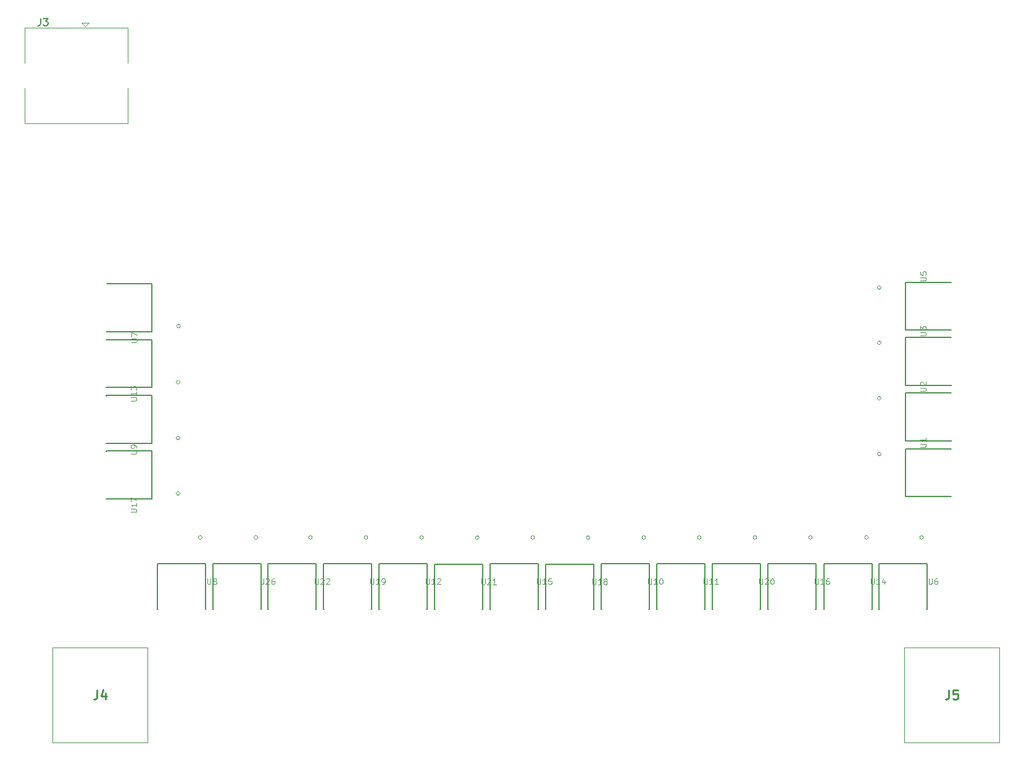
<source format=gbr>
G04 #@! TF.GenerationSoftware,KiCad,Pcbnew,(5.1.5)-3*
G04 #@! TF.CreationDate,2020-10-04T20:12:50-04:00*
G04 #@! TF.ProjectId,rusPDM,72757350-444d-42e6-9b69-6361645f7063,rev?*
G04 #@! TF.SameCoordinates,Original*
G04 #@! TF.FileFunction,Legend,Top*
G04 #@! TF.FilePolarity,Positive*
%FSLAX46Y46*%
G04 Gerber Fmt 4.6, Leading zero omitted, Abs format (unit mm)*
G04 Created by KiCad (PCBNEW (5.1.5)-3) date 2020-10-04 20:12:50*
%MOMM*%
%LPD*%
G04 APERTURE LIST*
%ADD10C,0.100000*%
%ADD11C,0.120000*%
%ADD12C,0.150000*%
%ADD13C,0.254000*%
%ADD14C,0.015000*%
G04 APERTURE END LIST*
D10*
X203050000Y-113180000D02*
X203050000Y-100180000D01*
X216050000Y-113180000D02*
X203050000Y-113180000D01*
X216050000Y-100180000D02*
X216050000Y-113180000D01*
X203050000Y-100180000D02*
X216050000Y-100180000D01*
X86210000Y-113180000D02*
X86210000Y-100180000D01*
X99210000Y-113180000D02*
X86210000Y-113180000D01*
X99210000Y-100180000D02*
X99210000Y-113180000D01*
X86210000Y-100180000D02*
X99210000Y-100180000D01*
D11*
X90678000Y-14859500D02*
X91178000Y-14359500D01*
X91178000Y-14359500D02*
X90178000Y-14359500D01*
X90178000Y-14359500D02*
X90678000Y-14859500D01*
X82378000Y-15059500D02*
X96478000Y-15059500D01*
X96478000Y-15059500D02*
X96478000Y-19859500D01*
X96478000Y-23359500D02*
X96478000Y-28159500D01*
X96478000Y-28159500D02*
X82378000Y-28159500D01*
X82378000Y-28159500D02*
X82378000Y-23359500D01*
X82378000Y-19859500D02*
X82378000Y-15059500D01*
D10*
X199830500Y-50726500D02*
G75*
G03X199830500Y-50726500I-250000J0D01*
G01*
D12*
X203220500Y-49976500D02*
X209420500Y-49976500D01*
X203220500Y-49976500D02*
X203220500Y-56576500D01*
X203220500Y-56576500D02*
X209420500Y-56576500D01*
X209420500Y-56516500D02*
X209420500Y-56576500D01*
X209420500Y-49976500D02*
X209420500Y-50036500D01*
D10*
X137052500Y-85025000D02*
G75*
G03X137052500Y-85025000I-250000J0D01*
G01*
D12*
X137552500Y-88665000D02*
X137552500Y-94865000D01*
X137552500Y-88665000D02*
X130952500Y-88665000D01*
X130952500Y-88665000D02*
X130952500Y-94865000D01*
X131012500Y-94865000D02*
X130952500Y-94865000D01*
X137552500Y-94865000D02*
X137492500Y-94865000D01*
D10*
X103716500Y-56017000D02*
G75*
G03X103716500Y-56017000I-250000J0D01*
G01*
D12*
X99826500Y-56767000D02*
X93626500Y-56767000D01*
X99826500Y-56767000D02*
X99826500Y-50167000D01*
X99826500Y-50167000D02*
X93626500Y-50167000D01*
X93626500Y-50227000D02*
X93626500Y-50167000D01*
X93626500Y-56767000D02*
X93626500Y-56707000D01*
D10*
X114319500Y-85025000D02*
G75*
G03X114319500Y-85025000I-250000J0D01*
G01*
D12*
X114819500Y-88665000D02*
X114819500Y-94865000D01*
X114819500Y-88665000D02*
X108219500Y-88665000D01*
X108219500Y-88665000D02*
X108219500Y-94865000D01*
X108279500Y-94865000D02*
X108219500Y-94865000D01*
X114819500Y-94865000D02*
X114759500Y-94865000D01*
D10*
X121812500Y-85025000D02*
G75*
G03X121812500Y-85025000I-250000J0D01*
G01*
D12*
X122312500Y-88665000D02*
X122312500Y-94865000D01*
X122312500Y-88665000D02*
X115712500Y-88665000D01*
X115712500Y-88665000D02*
X115712500Y-94865000D01*
X115772500Y-94865000D02*
X115712500Y-94865000D01*
X122312500Y-94865000D02*
X122252500Y-94865000D01*
D10*
X144686500Y-85050000D02*
G75*
G03X144686500Y-85050000I-250000J0D01*
G01*
D12*
X145186500Y-88690000D02*
X145186500Y-94890000D01*
X145186500Y-88690000D02*
X138586500Y-88690000D01*
X138586500Y-88690000D02*
X138586500Y-94890000D01*
X138646500Y-94890000D02*
X138586500Y-94890000D01*
X145186500Y-94890000D02*
X145126500Y-94890000D01*
D10*
X182772500Y-85025000D02*
G75*
G03X182772500Y-85025000I-250000J0D01*
G01*
D12*
X183272500Y-88665000D02*
X183272500Y-94865000D01*
X183272500Y-88665000D02*
X176672500Y-88665000D01*
X176672500Y-88665000D02*
X176672500Y-94865000D01*
X176732500Y-94865000D02*
X176672500Y-94865000D01*
X183272500Y-94865000D02*
X183212500Y-94865000D01*
D10*
X129432500Y-85025000D02*
G75*
G03X129432500Y-85025000I-250000J0D01*
G01*
D12*
X129932500Y-88665000D02*
X129932500Y-94865000D01*
X129932500Y-88665000D02*
X123332500Y-88665000D01*
X123332500Y-88665000D02*
X123332500Y-94865000D01*
X123392500Y-94865000D02*
X123332500Y-94865000D01*
X129932500Y-94865000D02*
X129872500Y-94865000D01*
D10*
X159886500Y-85050000D02*
G75*
G03X159886500Y-85050000I-250000J0D01*
G01*
D12*
X160386500Y-88690000D02*
X160386500Y-94890000D01*
X160386500Y-88690000D02*
X153786500Y-88690000D01*
X153786500Y-88690000D02*
X153786500Y-94890000D01*
X153846500Y-94890000D02*
X153786500Y-94890000D01*
X160386500Y-94890000D02*
X160326500Y-94890000D01*
D10*
X103653000Y-79004000D02*
G75*
G03X103653000Y-79004000I-250000J0D01*
G01*
D12*
X99763000Y-79754000D02*
X93563000Y-79754000D01*
X99763000Y-79754000D02*
X99763000Y-73154000D01*
X99763000Y-73154000D02*
X93563000Y-73154000D01*
X93563000Y-73214000D02*
X93563000Y-73154000D01*
X93563000Y-79754000D02*
X93563000Y-79694000D01*
D10*
X190392500Y-85025000D02*
G75*
G03X190392500Y-85025000I-250000J0D01*
G01*
D12*
X190892500Y-88665000D02*
X190892500Y-94865000D01*
X190892500Y-88665000D02*
X184292500Y-88665000D01*
X184292500Y-88665000D02*
X184292500Y-94865000D01*
X184352500Y-94865000D02*
X184292500Y-94865000D01*
X190892500Y-94865000D02*
X190832500Y-94865000D01*
D10*
X152292500Y-85025000D02*
G75*
G03X152292500Y-85025000I-250000J0D01*
G01*
D12*
X152792500Y-88665000D02*
X152792500Y-94865000D01*
X152792500Y-88665000D02*
X146192500Y-88665000D01*
X146192500Y-88665000D02*
X146192500Y-94865000D01*
X146252500Y-94865000D02*
X146192500Y-94865000D01*
X152792500Y-94865000D02*
X152732500Y-94865000D01*
D10*
X198076000Y-85025000D02*
G75*
G03X198076000Y-85025000I-250000J0D01*
G01*
D12*
X198576000Y-88665000D02*
X198576000Y-94865000D01*
X198576000Y-88665000D02*
X191976000Y-88665000D01*
X191976000Y-88665000D02*
X191976000Y-94865000D01*
X192036000Y-94865000D02*
X191976000Y-94865000D01*
X198576000Y-94865000D02*
X198516000Y-94865000D01*
D10*
X103653000Y-63700500D02*
G75*
G03X103653000Y-63700500I-250000J0D01*
G01*
D12*
X99763000Y-64450500D02*
X93563000Y-64450500D01*
X99763000Y-64450500D02*
X99763000Y-57850500D01*
X99763000Y-57850500D02*
X93563000Y-57850500D01*
X93563000Y-57910500D02*
X93563000Y-57850500D01*
X93563000Y-64450500D02*
X93563000Y-64390500D01*
D10*
X175152500Y-85025000D02*
G75*
G03X175152500Y-85025000I-250000J0D01*
G01*
D12*
X175652500Y-88665000D02*
X175652500Y-94865000D01*
X175652500Y-88665000D02*
X169052500Y-88665000D01*
X169052500Y-88665000D02*
X169052500Y-94865000D01*
X169112500Y-94865000D02*
X169052500Y-94865000D01*
X175652500Y-94865000D02*
X175592500Y-94865000D01*
D10*
X167532500Y-85025000D02*
G75*
G03X167532500Y-85025000I-250000J0D01*
G01*
D12*
X168032500Y-88665000D02*
X168032500Y-94865000D01*
X168032500Y-88665000D02*
X161432500Y-88665000D01*
X161432500Y-88665000D02*
X161432500Y-94865000D01*
X161492500Y-94865000D02*
X161432500Y-94865000D01*
X168032500Y-94865000D02*
X167972500Y-94865000D01*
D10*
X103653000Y-71384000D02*
G75*
G03X103653000Y-71384000I-250000J0D01*
G01*
D12*
X99763000Y-72134000D02*
X93563000Y-72134000D01*
X99763000Y-72134000D02*
X99763000Y-65534000D01*
X99763000Y-65534000D02*
X93563000Y-65534000D01*
X93563000Y-65594000D02*
X93563000Y-65534000D01*
X93563000Y-72134000D02*
X93563000Y-72074000D01*
D10*
X106699500Y-85025000D02*
G75*
G03X106699500Y-85025000I-250000J0D01*
G01*
D12*
X107199500Y-88665000D02*
X107199500Y-94865000D01*
X107199500Y-88665000D02*
X100599500Y-88665000D01*
X100599500Y-88665000D02*
X100599500Y-94865000D01*
X100659500Y-94865000D02*
X100599500Y-94865000D01*
X107199500Y-94865000D02*
X107139500Y-94865000D01*
D10*
X205632500Y-85025000D02*
G75*
G03X205632500Y-85025000I-250000J0D01*
G01*
D12*
X206132500Y-88665000D02*
X206132500Y-94865000D01*
X206132500Y-88665000D02*
X199532500Y-88665000D01*
X199532500Y-88665000D02*
X199532500Y-94865000D01*
X199592500Y-94865000D02*
X199532500Y-94865000D01*
X206132500Y-94865000D02*
X206072500Y-94865000D01*
D10*
X199830500Y-58283000D02*
G75*
G03X199830500Y-58283000I-250000J0D01*
G01*
D12*
X203220500Y-57533000D02*
X209420500Y-57533000D01*
X203220500Y-57533000D02*
X203220500Y-64133000D01*
X203220500Y-64133000D02*
X209420500Y-64133000D01*
X209420500Y-64073000D02*
X209420500Y-64133000D01*
X209420500Y-57533000D02*
X209420500Y-57593000D01*
D10*
X199830500Y-65903000D02*
G75*
G03X199830500Y-65903000I-250000J0D01*
G01*
D12*
X203220500Y-65153000D02*
X209420500Y-65153000D01*
X203220500Y-65153000D02*
X203220500Y-71753000D01*
X203220500Y-71753000D02*
X209420500Y-71753000D01*
X209420500Y-71693000D02*
X209420500Y-71753000D01*
X209420500Y-65153000D02*
X209420500Y-65213000D01*
D10*
X199830500Y-73586500D02*
G75*
G03X199830500Y-73586500I-250000J0D01*
G01*
D12*
X203220500Y-72836500D02*
X209420500Y-72836500D01*
X203220500Y-72836500D02*
X203220500Y-79436500D01*
X203220500Y-79436500D02*
X209420500Y-79436500D01*
X209420500Y-79376500D02*
X209420500Y-79436500D01*
X209420500Y-72836500D02*
X209420500Y-72896500D01*
D13*
X209126666Y-105984523D02*
X209126666Y-106891666D01*
X209066190Y-107073095D01*
X208945238Y-107194047D01*
X208763809Y-107254523D01*
X208642857Y-107254523D01*
X210336190Y-105984523D02*
X209731428Y-105984523D01*
X209670952Y-106589285D01*
X209731428Y-106528809D01*
X209852380Y-106468333D01*
X210154761Y-106468333D01*
X210275714Y-106528809D01*
X210336190Y-106589285D01*
X210396666Y-106710238D01*
X210396666Y-107012619D01*
X210336190Y-107133571D01*
X210275714Y-107194047D01*
X210154761Y-107254523D01*
X209852380Y-107254523D01*
X209731428Y-107194047D01*
X209670952Y-107133571D01*
X92286666Y-105984523D02*
X92286666Y-106891666D01*
X92226190Y-107073095D01*
X92105238Y-107194047D01*
X91923809Y-107254523D01*
X91802857Y-107254523D01*
X93435714Y-106407857D02*
X93435714Y-107254523D01*
X93133333Y-105924047D02*
X92830952Y-106831190D01*
X93617142Y-106831190D01*
D12*
X84544666Y-13761880D02*
X84544666Y-14476166D01*
X84497047Y-14619023D01*
X84401809Y-14714261D01*
X84258952Y-14761880D01*
X84163714Y-14761880D01*
X84925619Y-13761880D02*
X85544666Y-13761880D01*
X85211333Y-14142833D01*
X85354190Y-14142833D01*
X85449428Y-14190452D01*
X85497047Y-14238071D01*
X85544666Y-14333309D01*
X85544666Y-14571404D01*
X85497047Y-14666642D01*
X85449428Y-14714261D01*
X85354190Y-14761880D01*
X85068476Y-14761880D01*
X84973238Y-14714261D01*
X84925619Y-14666642D01*
D14*
X205214303Y-49751425D02*
X205851724Y-49751425D01*
X205926715Y-49713930D01*
X205964210Y-49676434D01*
X206001705Y-49601444D01*
X206001705Y-49451462D01*
X205964210Y-49376472D01*
X205926715Y-49338976D01*
X205851724Y-49301481D01*
X205214303Y-49301481D01*
X205214303Y-48551574D02*
X205214303Y-48926528D01*
X205589257Y-48964023D01*
X205551761Y-48926528D01*
X205514266Y-48851537D01*
X205514266Y-48664060D01*
X205551761Y-48589070D01*
X205589257Y-48551574D01*
X205664247Y-48514079D01*
X205851724Y-48514079D01*
X205926715Y-48551574D01*
X205964210Y-48589070D01*
X206001705Y-48664060D01*
X206001705Y-48851537D01*
X205964210Y-48926528D01*
X205926715Y-48964023D01*
X137402621Y-90658803D02*
X137402621Y-91296224D01*
X137440116Y-91371215D01*
X137477612Y-91408710D01*
X137552602Y-91446205D01*
X137702584Y-91446205D01*
X137777574Y-91408710D01*
X137815070Y-91371215D01*
X137852565Y-91296224D01*
X137852565Y-90658803D01*
X138639967Y-91446205D02*
X138190023Y-91446205D01*
X138414995Y-91446205D02*
X138414995Y-90658803D01*
X138340004Y-90771289D01*
X138265014Y-90846280D01*
X138190023Y-90883775D01*
X138939930Y-90733794D02*
X138977425Y-90696299D01*
X139052416Y-90658803D01*
X139239892Y-90658803D01*
X139314883Y-90696299D01*
X139352378Y-90733794D01*
X139389874Y-90808785D01*
X139389874Y-90883775D01*
X139352378Y-90996261D01*
X138902434Y-91446205D01*
X139389874Y-91446205D01*
X96970303Y-58191925D02*
X97607724Y-58191925D01*
X97682715Y-58154430D01*
X97720210Y-58116934D01*
X97757705Y-58041944D01*
X97757705Y-57891962D01*
X97720210Y-57816972D01*
X97682715Y-57779476D01*
X97607724Y-57741981D01*
X96970303Y-57741981D01*
X96970303Y-57442018D02*
X96970303Y-56917084D01*
X97757705Y-57254542D01*
X114669621Y-90658803D02*
X114669621Y-91296224D01*
X114707116Y-91371215D01*
X114744612Y-91408710D01*
X114819602Y-91446205D01*
X114969584Y-91446205D01*
X115044574Y-91408710D01*
X115082070Y-91371215D01*
X115119565Y-91296224D01*
X115119565Y-90658803D01*
X115457023Y-90733794D02*
X115494518Y-90696299D01*
X115569509Y-90658803D01*
X115756986Y-90658803D01*
X115831976Y-90696299D01*
X115869472Y-90733794D01*
X115906967Y-90808785D01*
X115906967Y-90883775D01*
X115869472Y-90996261D01*
X115419528Y-91446205D01*
X115906967Y-91446205D01*
X116581883Y-90658803D02*
X116431902Y-90658803D01*
X116356911Y-90696299D01*
X116319416Y-90733794D01*
X116244425Y-90846280D01*
X116206930Y-90996261D01*
X116206930Y-91296224D01*
X116244425Y-91371215D01*
X116281920Y-91408710D01*
X116356911Y-91446205D01*
X116506892Y-91446205D01*
X116581883Y-91408710D01*
X116619378Y-91371215D01*
X116656874Y-91296224D01*
X116656874Y-91108747D01*
X116619378Y-91033757D01*
X116581883Y-90996261D01*
X116506892Y-90958766D01*
X116356911Y-90958766D01*
X116281920Y-90996261D01*
X116244425Y-91033757D01*
X116206930Y-91108747D01*
X122162621Y-90658803D02*
X122162621Y-91296224D01*
X122200116Y-91371215D01*
X122237612Y-91408710D01*
X122312602Y-91446205D01*
X122462584Y-91446205D01*
X122537574Y-91408710D01*
X122575070Y-91371215D01*
X122612565Y-91296224D01*
X122612565Y-90658803D01*
X122950023Y-90733794D02*
X122987518Y-90696299D01*
X123062509Y-90658803D01*
X123249986Y-90658803D01*
X123324976Y-90696299D01*
X123362472Y-90733794D01*
X123399967Y-90808785D01*
X123399967Y-90883775D01*
X123362472Y-90996261D01*
X122912528Y-91446205D01*
X123399967Y-91446205D01*
X123699930Y-90733794D02*
X123737425Y-90696299D01*
X123812416Y-90658803D01*
X123999892Y-90658803D01*
X124074883Y-90696299D01*
X124112378Y-90733794D01*
X124149874Y-90808785D01*
X124149874Y-90883775D01*
X124112378Y-90996261D01*
X123662434Y-91446205D01*
X124149874Y-91446205D01*
X145036621Y-90683803D02*
X145036621Y-91321224D01*
X145074116Y-91396215D01*
X145111612Y-91433710D01*
X145186602Y-91471205D01*
X145336584Y-91471205D01*
X145411574Y-91433710D01*
X145449070Y-91396215D01*
X145486565Y-91321224D01*
X145486565Y-90683803D01*
X145824023Y-90758794D02*
X145861518Y-90721299D01*
X145936509Y-90683803D01*
X146123986Y-90683803D01*
X146198976Y-90721299D01*
X146236472Y-90758794D01*
X146273967Y-90833785D01*
X146273967Y-90908775D01*
X146236472Y-91021261D01*
X145786528Y-91471205D01*
X146273967Y-91471205D01*
X147023874Y-91471205D02*
X146573930Y-91471205D01*
X146798902Y-91471205D02*
X146798902Y-90683803D01*
X146723911Y-90796289D01*
X146648920Y-90871280D01*
X146573930Y-90908775D01*
X183122621Y-90658803D02*
X183122621Y-91296224D01*
X183160116Y-91371215D01*
X183197612Y-91408710D01*
X183272602Y-91446205D01*
X183422584Y-91446205D01*
X183497574Y-91408710D01*
X183535070Y-91371215D01*
X183572565Y-91296224D01*
X183572565Y-90658803D01*
X183910023Y-90733794D02*
X183947518Y-90696299D01*
X184022509Y-90658803D01*
X184209986Y-90658803D01*
X184284976Y-90696299D01*
X184322472Y-90733794D01*
X184359967Y-90808785D01*
X184359967Y-90883775D01*
X184322472Y-90996261D01*
X183872528Y-91446205D01*
X184359967Y-91446205D01*
X184847406Y-90658803D02*
X184922397Y-90658803D01*
X184997388Y-90696299D01*
X185034883Y-90733794D01*
X185072378Y-90808785D01*
X185109874Y-90958766D01*
X185109874Y-91146243D01*
X185072378Y-91296224D01*
X185034883Y-91371215D01*
X184997388Y-91408710D01*
X184922397Y-91446205D01*
X184847406Y-91446205D01*
X184772416Y-91408710D01*
X184734920Y-91371215D01*
X184697425Y-91296224D01*
X184659930Y-91146243D01*
X184659930Y-90958766D01*
X184697425Y-90808785D01*
X184734920Y-90733794D01*
X184772416Y-90696299D01*
X184847406Y-90658803D01*
X129782621Y-90658803D02*
X129782621Y-91296224D01*
X129820116Y-91371215D01*
X129857612Y-91408710D01*
X129932602Y-91446205D01*
X130082584Y-91446205D01*
X130157574Y-91408710D01*
X130195070Y-91371215D01*
X130232565Y-91296224D01*
X130232565Y-90658803D01*
X131019967Y-91446205D02*
X130570023Y-91446205D01*
X130794995Y-91446205D02*
X130794995Y-90658803D01*
X130720004Y-90771289D01*
X130645014Y-90846280D01*
X130570023Y-90883775D01*
X131394920Y-91446205D02*
X131544902Y-91446205D01*
X131619892Y-91408710D01*
X131657388Y-91371215D01*
X131732378Y-91258729D01*
X131769874Y-91108747D01*
X131769874Y-90808785D01*
X131732378Y-90733794D01*
X131694883Y-90696299D01*
X131619892Y-90658803D01*
X131469911Y-90658803D01*
X131394920Y-90696299D01*
X131357425Y-90733794D01*
X131319930Y-90808785D01*
X131319930Y-90996261D01*
X131357425Y-91071252D01*
X131394920Y-91108747D01*
X131469911Y-91146243D01*
X131619892Y-91146243D01*
X131694883Y-91108747D01*
X131732378Y-91071252D01*
X131769874Y-90996261D01*
X160236621Y-90683803D02*
X160236621Y-91321224D01*
X160274116Y-91396215D01*
X160311612Y-91433710D01*
X160386602Y-91471205D01*
X160536584Y-91471205D01*
X160611574Y-91433710D01*
X160649070Y-91396215D01*
X160686565Y-91321224D01*
X160686565Y-90683803D01*
X161473967Y-91471205D02*
X161024023Y-91471205D01*
X161248995Y-91471205D02*
X161248995Y-90683803D01*
X161174004Y-90796289D01*
X161099014Y-90871280D01*
X161024023Y-90908775D01*
X161923911Y-91021261D02*
X161848920Y-90983766D01*
X161811425Y-90946271D01*
X161773930Y-90871280D01*
X161773930Y-90833785D01*
X161811425Y-90758794D01*
X161848920Y-90721299D01*
X161923911Y-90683803D01*
X162073892Y-90683803D01*
X162148883Y-90721299D01*
X162186378Y-90758794D01*
X162223874Y-90833785D01*
X162223874Y-90871280D01*
X162186378Y-90946271D01*
X162148883Y-90983766D01*
X162073892Y-91021261D01*
X161923911Y-91021261D01*
X161848920Y-91058757D01*
X161811425Y-91096252D01*
X161773930Y-91171243D01*
X161773930Y-91321224D01*
X161811425Y-91396215D01*
X161848920Y-91433710D01*
X161923911Y-91471205D01*
X162073892Y-91471205D01*
X162148883Y-91433710D01*
X162186378Y-91396215D01*
X162223874Y-91321224D01*
X162223874Y-91171243D01*
X162186378Y-91096252D01*
X162148883Y-91058757D01*
X162073892Y-91021261D01*
X96906803Y-81553878D02*
X97544224Y-81553878D01*
X97619215Y-81516383D01*
X97656710Y-81478888D01*
X97694205Y-81403897D01*
X97694205Y-81253916D01*
X97656710Y-81178925D01*
X97619215Y-81141430D01*
X97544224Y-81103934D01*
X96906803Y-81103934D01*
X97694205Y-80316532D02*
X97694205Y-80766476D01*
X97694205Y-80541504D02*
X96906803Y-80541504D01*
X97019289Y-80616495D01*
X97094280Y-80691486D01*
X97131775Y-80766476D01*
X96906803Y-80054065D02*
X96906803Y-79529130D01*
X97694205Y-79866588D01*
X190742621Y-90658803D02*
X190742621Y-91296224D01*
X190780116Y-91371215D01*
X190817612Y-91408710D01*
X190892602Y-91446205D01*
X191042584Y-91446205D01*
X191117574Y-91408710D01*
X191155070Y-91371215D01*
X191192565Y-91296224D01*
X191192565Y-90658803D01*
X191979967Y-91446205D02*
X191530023Y-91446205D01*
X191754995Y-91446205D02*
X191754995Y-90658803D01*
X191680004Y-90771289D01*
X191605014Y-90846280D01*
X191530023Y-90883775D01*
X192654883Y-90658803D02*
X192504902Y-90658803D01*
X192429911Y-90696299D01*
X192392416Y-90733794D01*
X192317425Y-90846280D01*
X192279930Y-90996261D01*
X192279930Y-91296224D01*
X192317425Y-91371215D01*
X192354920Y-91408710D01*
X192429911Y-91446205D01*
X192579892Y-91446205D01*
X192654883Y-91408710D01*
X192692378Y-91371215D01*
X192729874Y-91296224D01*
X192729874Y-91108747D01*
X192692378Y-91033757D01*
X192654883Y-90996261D01*
X192579892Y-90958766D01*
X192429911Y-90958766D01*
X192354920Y-90996261D01*
X192317425Y-91033757D01*
X192279930Y-91108747D01*
X152642621Y-90658803D02*
X152642621Y-91296224D01*
X152680116Y-91371215D01*
X152717612Y-91408710D01*
X152792602Y-91446205D01*
X152942584Y-91446205D01*
X153017574Y-91408710D01*
X153055070Y-91371215D01*
X153092565Y-91296224D01*
X153092565Y-90658803D01*
X153879967Y-91446205D02*
X153430023Y-91446205D01*
X153654995Y-91446205D02*
X153654995Y-90658803D01*
X153580004Y-90771289D01*
X153505014Y-90846280D01*
X153430023Y-90883775D01*
X154592378Y-90658803D02*
X154217425Y-90658803D01*
X154179930Y-91033757D01*
X154217425Y-90996261D01*
X154292416Y-90958766D01*
X154479892Y-90958766D01*
X154554883Y-90996261D01*
X154592378Y-91033757D01*
X154629874Y-91108747D01*
X154629874Y-91296224D01*
X154592378Y-91371215D01*
X154554883Y-91408710D01*
X154479892Y-91446205D01*
X154292416Y-91446205D01*
X154217425Y-91408710D01*
X154179930Y-91371215D01*
X198426121Y-90658803D02*
X198426121Y-91296224D01*
X198463616Y-91371215D01*
X198501112Y-91408710D01*
X198576102Y-91446205D01*
X198726084Y-91446205D01*
X198801074Y-91408710D01*
X198838570Y-91371215D01*
X198876065Y-91296224D01*
X198876065Y-90658803D01*
X199663467Y-91446205D02*
X199213523Y-91446205D01*
X199438495Y-91446205D02*
X199438495Y-90658803D01*
X199363504Y-90771289D01*
X199288514Y-90846280D01*
X199213523Y-90883775D01*
X200338383Y-90921271D02*
X200338383Y-91446205D01*
X200150906Y-90621308D02*
X199963430Y-91183738D01*
X200450869Y-91183738D01*
X96906803Y-66250378D02*
X97544224Y-66250378D01*
X97619215Y-66212883D01*
X97656710Y-66175388D01*
X97694205Y-66100397D01*
X97694205Y-65950416D01*
X97656710Y-65875425D01*
X97619215Y-65837930D01*
X97544224Y-65800434D01*
X96906803Y-65800434D01*
X97694205Y-65013032D02*
X97694205Y-65462976D01*
X97694205Y-65238004D02*
X96906803Y-65238004D01*
X97019289Y-65312995D01*
X97094280Y-65387986D01*
X97131775Y-65462976D01*
X96906803Y-64750565D02*
X96906803Y-64263126D01*
X97206766Y-64525593D01*
X97206766Y-64413107D01*
X97244261Y-64338116D01*
X97281757Y-64300621D01*
X97356747Y-64263126D01*
X97544224Y-64263126D01*
X97619215Y-64300621D01*
X97656710Y-64338116D01*
X97694205Y-64413107D01*
X97694205Y-64638079D01*
X97656710Y-64713070D01*
X97619215Y-64750565D01*
X175502621Y-90658803D02*
X175502621Y-91296224D01*
X175540116Y-91371215D01*
X175577612Y-91408710D01*
X175652602Y-91446205D01*
X175802584Y-91446205D01*
X175877574Y-91408710D01*
X175915070Y-91371215D01*
X175952565Y-91296224D01*
X175952565Y-90658803D01*
X176739967Y-91446205D02*
X176290023Y-91446205D01*
X176514995Y-91446205D02*
X176514995Y-90658803D01*
X176440004Y-90771289D01*
X176365014Y-90846280D01*
X176290023Y-90883775D01*
X177489874Y-91446205D02*
X177039930Y-91446205D01*
X177264902Y-91446205D02*
X177264902Y-90658803D01*
X177189911Y-90771289D01*
X177114920Y-90846280D01*
X177039930Y-90883775D01*
X167882621Y-90658803D02*
X167882621Y-91296224D01*
X167920116Y-91371215D01*
X167957612Y-91408710D01*
X168032602Y-91446205D01*
X168182584Y-91446205D01*
X168257574Y-91408710D01*
X168295070Y-91371215D01*
X168332565Y-91296224D01*
X168332565Y-90658803D01*
X169119967Y-91446205D02*
X168670023Y-91446205D01*
X168894995Y-91446205D02*
X168894995Y-90658803D01*
X168820004Y-90771289D01*
X168745014Y-90846280D01*
X168670023Y-90883775D01*
X169607406Y-90658803D02*
X169682397Y-90658803D01*
X169757388Y-90696299D01*
X169794883Y-90733794D01*
X169832378Y-90808785D01*
X169869874Y-90958766D01*
X169869874Y-91146243D01*
X169832378Y-91296224D01*
X169794883Y-91371215D01*
X169757388Y-91408710D01*
X169682397Y-91446205D01*
X169607406Y-91446205D01*
X169532416Y-91408710D01*
X169494920Y-91371215D01*
X169457425Y-91296224D01*
X169419930Y-91146243D01*
X169419930Y-90958766D01*
X169457425Y-90808785D01*
X169494920Y-90733794D01*
X169532416Y-90696299D01*
X169607406Y-90658803D01*
X96906803Y-73558925D02*
X97544224Y-73558925D01*
X97619215Y-73521430D01*
X97656710Y-73483934D01*
X97694205Y-73408944D01*
X97694205Y-73258962D01*
X97656710Y-73183972D01*
X97619215Y-73146476D01*
X97544224Y-73108981D01*
X96906803Y-73108981D01*
X97694205Y-72696532D02*
X97694205Y-72546551D01*
X97656710Y-72471560D01*
X97619215Y-72434065D01*
X97506729Y-72359074D01*
X97356747Y-72321579D01*
X97056785Y-72321579D01*
X96981794Y-72359074D01*
X96944299Y-72396570D01*
X96906803Y-72471560D01*
X96906803Y-72621542D01*
X96944299Y-72696532D01*
X96981794Y-72734028D01*
X97056785Y-72771523D01*
X97244261Y-72771523D01*
X97319252Y-72734028D01*
X97356747Y-72696532D01*
X97394243Y-72621542D01*
X97394243Y-72471560D01*
X97356747Y-72396570D01*
X97319252Y-72359074D01*
X97244261Y-72321579D01*
X107424574Y-90658803D02*
X107424574Y-91296224D01*
X107462070Y-91371215D01*
X107499565Y-91408710D01*
X107574556Y-91446205D01*
X107724537Y-91446205D01*
X107799528Y-91408710D01*
X107837023Y-91371215D01*
X107874518Y-91296224D01*
X107874518Y-90658803D01*
X108361958Y-90996261D02*
X108286967Y-90958766D01*
X108249472Y-90921271D01*
X108211976Y-90846280D01*
X108211976Y-90808785D01*
X108249472Y-90733794D01*
X108286967Y-90696299D01*
X108361958Y-90658803D01*
X108511939Y-90658803D01*
X108586930Y-90696299D01*
X108624425Y-90733794D01*
X108661920Y-90808785D01*
X108661920Y-90846280D01*
X108624425Y-90921271D01*
X108586930Y-90958766D01*
X108511939Y-90996261D01*
X108361958Y-90996261D01*
X108286967Y-91033757D01*
X108249472Y-91071252D01*
X108211976Y-91146243D01*
X108211976Y-91296224D01*
X108249472Y-91371215D01*
X108286967Y-91408710D01*
X108361958Y-91446205D01*
X108511939Y-91446205D01*
X108586930Y-91408710D01*
X108624425Y-91371215D01*
X108661920Y-91296224D01*
X108661920Y-91146243D01*
X108624425Y-91071252D01*
X108586930Y-91033757D01*
X108511939Y-90996261D01*
X206357574Y-90658803D02*
X206357574Y-91296224D01*
X206395070Y-91371215D01*
X206432565Y-91408710D01*
X206507556Y-91446205D01*
X206657537Y-91446205D01*
X206732528Y-91408710D01*
X206770023Y-91371215D01*
X206807518Y-91296224D01*
X206807518Y-90658803D01*
X207519930Y-90658803D02*
X207369948Y-90658803D01*
X207294958Y-90696299D01*
X207257462Y-90733794D01*
X207182472Y-90846280D01*
X207144976Y-90996261D01*
X207144976Y-91296224D01*
X207182472Y-91371215D01*
X207219967Y-91408710D01*
X207294958Y-91446205D01*
X207444939Y-91446205D01*
X207519930Y-91408710D01*
X207557425Y-91371215D01*
X207594920Y-91296224D01*
X207594920Y-91108747D01*
X207557425Y-91033757D01*
X207519930Y-90996261D01*
X207444939Y-90958766D01*
X207294958Y-90958766D01*
X207219967Y-90996261D01*
X207182472Y-91033757D01*
X207144976Y-91108747D01*
X205214303Y-57307925D02*
X205851724Y-57307925D01*
X205926715Y-57270430D01*
X205964210Y-57232934D01*
X206001705Y-57157944D01*
X206001705Y-57007962D01*
X205964210Y-56932972D01*
X205926715Y-56895476D01*
X205851724Y-56857981D01*
X205214303Y-56857981D01*
X205214303Y-56558018D02*
X205214303Y-56070579D01*
X205514266Y-56333046D01*
X205514266Y-56220560D01*
X205551761Y-56145570D01*
X205589257Y-56108074D01*
X205664247Y-56070579D01*
X205851724Y-56070579D01*
X205926715Y-56108074D01*
X205964210Y-56145570D01*
X206001705Y-56220560D01*
X206001705Y-56445532D01*
X205964210Y-56520523D01*
X205926715Y-56558018D01*
X205214303Y-64927925D02*
X205851724Y-64927925D01*
X205926715Y-64890430D01*
X205964210Y-64852934D01*
X206001705Y-64777944D01*
X206001705Y-64627962D01*
X205964210Y-64552972D01*
X205926715Y-64515476D01*
X205851724Y-64477981D01*
X205214303Y-64477981D01*
X205289294Y-64140523D02*
X205251799Y-64103028D01*
X205214303Y-64028037D01*
X205214303Y-63840560D01*
X205251799Y-63765570D01*
X205289294Y-63728074D01*
X205364285Y-63690579D01*
X205439275Y-63690579D01*
X205551761Y-63728074D01*
X206001705Y-64178018D01*
X206001705Y-63690579D01*
X205214303Y-72611425D02*
X205851724Y-72611425D01*
X205926715Y-72573930D01*
X205964210Y-72536434D01*
X206001705Y-72461444D01*
X206001705Y-72311462D01*
X205964210Y-72236472D01*
X205926715Y-72198976D01*
X205851724Y-72161481D01*
X205214303Y-72161481D01*
X206001705Y-71374079D02*
X206001705Y-71824023D01*
X206001705Y-71599051D02*
X205214303Y-71599051D01*
X205326789Y-71674042D01*
X205401780Y-71749032D01*
X205439275Y-71824023D01*
M02*

</source>
